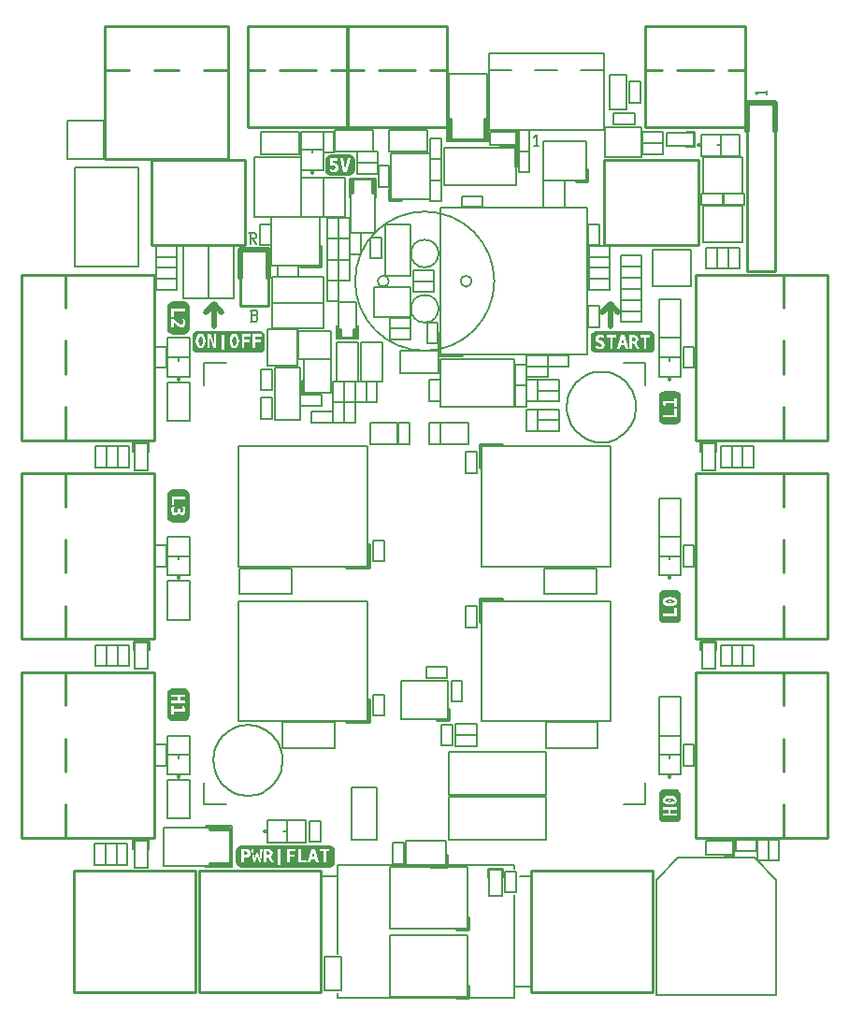
<source format=gbr>
G04 start of page 12 for group -4079 idx -4079 *
G04 Title: (unknown), topsilk *
G04 Creator: pcb 1.99z *
G04 CreationDate: Tue 02 Sep 2014 22:09:50 GMT UTC *
G04 For: rbarlow *
G04 Format: Gerber/RS-274X *
G04 PCB-Dimensions (mm): 85.00 105.00 *
G04 PCB-Coordinate-Origin: lower left *
%MOMM*%
%FSLAX43Y43*%
%LNTOPSILK*%
%ADD201C,0.350*%
%ADD200C,0.250*%
%ADD199C,0.300*%
%ADD198C,0.200*%
%ADD197C,0.500*%
%ADD196C,0.150*%
%ADD195C,0.002*%
G54D195*G36*
X64694Y29903D02*X65193D01*
X65388Y29863D01*
X65547Y29754D01*
X65656Y29594D01*
X65696Y29400D01*
Y27407D01*
X65656Y27212D01*
X65547Y27052D01*
X65388Y26943D01*
X65193Y26904D01*
X64694D01*
Y27495D01*
X65317D01*
Y27734D01*
X64760D01*
Y28042D01*
X65317D01*
Y28289D01*
X64694D01*
Y28500D01*
X64700Y28500D01*
X64977Y28524D01*
X65175Y28598D01*
X65294Y28726D01*
X65334Y28907D01*
X65294Y29086D01*
X65175Y29215D01*
X64977Y29288D01*
X64700Y29312D01*
X64694Y29311D01*
Y29903D01*
G37*
G36*
X63694Y27407D02*Y29400D01*
X63732Y29594D01*
X63842Y29754D01*
X64001Y29863D01*
X64197Y29903D01*
X64694D01*
Y29311D01*
X64416Y29288D01*
X64215Y29215D01*
X64093Y29086D01*
X64055Y28907D01*
X64093Y28726D01*
X64215Y28598D01*
X64416Y28524D01*
X64694Y28500D01*
Y28289D01*
X64082D01*
Y28042D01*
X64550D01*
Y27734D01*
X64082D01*
Y27495D01*
X64694D01*
Y26904D01*
X64197D01*
X64001Y26943D01*
X63842Y27052D01*
X63732Y27212D01*
X63694Y27407D01*
G37*
G36*
X64695Y29073D02*X64700Y29073D01*
X64893Y29061D01*
X65025Y29029D01*
X65104Y28980D01*
X65131Y28907D01*
X65104Y28832D01*
X65025Y28783D01*
X64893Y28755D01*
X64700Y28748D01*
X64695Y28748D01*
Y28811D01*
X64700Y28809D01*
X64770Y28836D01*
X64796Y28907D01*
X64770Y28977D01*
X64700Y29013D01*
X64695Y29011D01*
Y29073D01*
G37*
G36*
X64267Y28907D02*X64289Y28980D01*
X64364Y29029D01*
X64500Y29061D01*
X64695Y29073D01*
Y29011D01*
X64620Y28977D01*
X64594Y28907D01*
X64620Y28836D01*
X64695Y28811D01*
Y28748D01*
X64500Y28755D01*
X64364Y28783D01*
X64289Y28832D01*
X64267Y28907D01*
G37*
G36*
X35316Y87345D02*X35691D01*
X35885Y87307D01*
X36045Y87203D01*
X36152Y87046D01*
X36193Y86851D01*
Y85942D01*
X36152Y85749D01*
X36045Y85592D01*
X35885Y85487D01*
X35691Y85448D01*
X35316D01*
Y85793D01*
X35487D01*
X35779Y87028D01*
X35531D01*
X35320Y85995D01*
X35316Y86014D01*
Y87345D01*
G37*
G36*
X34301Y86370D02*X34394Y86339D01*
X34456Y86190D01*
X34394Y86030D01*
X34307Y85987D01*
X34301Y85986D01*
Y86370D01*
G37*
G36*
Y87345D02*X35316D01*
Y86014D01*
X35100Y87028D01*
X34853D01*
X35152Y85793D01*
X35316D01*
Y85448D01*
X34301D01*
Y85776D01*
X34425Y85796D01*
X34571Y85881D01*
X34663Y86015D01*
X34693Y86190D01*
X34664Y86357D01*
X34579Y86489D01*
X34445Y86576D01*
X34301Y86600D01*
Y86807D01*
X34623D01*
Y87028D01*
X34301D01*
Y87345D01*
G37*
G36*
Y86600D02*X34280Y86603D01*
X34208Y86595D01*
X34147Y86577D01*
Y86807D01*
X34301D01*
Y86600D01*
G37*
G36*
X33997Y87345D02*X34301D01*
Y87028D01*
X33953D01*
Y86339D01*
X34085Y86383D01*
X34208Y86401D01*
X34301Y86370D01*
Y85986D01*
X34192Y85969D01*
X34050Y85986D01*
X33909Y86040D01*
Y85819D01*
X34076Y85783D01*
X34236Y85765D01*
X34301Y85776D01*
Y85448D01*
X33997D01*
X33802Y85487D01*
X33642Y85592D01*
X33533Y85749D01*
X33494Y85942D01*
Y86851D01*
X33533Y87046D01*
X33642Y87203D01*
X33802Y87307D01*
X33997Y87345D01*
G37*
G36*
X21195Y73551D02*Y71558D01*
X21157Y71364D01*
X21048Y71204D01*
X20888Y71095D01*
X20692Y71055D01*
X20181D01*
Y71838D01*
X20207Y71815D01*
X20349Y71727D01*
X20482Y71699D01*
X20626Y71729D01*
X20737Y71815D01*
X20804Y71948D01*
X20825Y72123D01*
X20808Y72282D01*
X20754Y72458D01*
X20534D01*
X20604Y72290D01*
X20632Y72140D01*
X20588Y71999D01*
X20464Y71947D01*
X20349Y71973D01*
X20225Y72061D01*
X20181Y72103D01*
Y73164D01*
X20799D01*
Y73411D01*
X20181D01*
Y74054D01*
X20692D01*
X20888Y74015D01*
X21048Y73907D01*
X21157Y73747D01*
X21195Y73551D01*
G37*
G36*
X20181Y71055D02*X19696D01*
X19502Y71095D01*
X19342Y71204D01*
X19233Y71364D01*
X19193Y71558D01*
Y73551D01*
X19233Y73747D01*
X19342Y73907D01*
X19502Y74015D01*
X19696Y74054D01*
X20181D01*
Y73411D01*
X19564D01*
Y72643D01*
X19784D01*
Y73164D01*
X20181D01*
Y72103D01*
X20119Y72161D01*
X19916Y72352D01*
X19776Y72484D01*
X19564D01*
Y71699D01*
X19784D01*
Y72220D01*
X19953Y72052D01*
X20115Y71896D01*
X20181Y71838D01*
Y71055D01*
G37*
G36*
X21200Y38551D02*Y36558D01*
X21161Y36364D01*
X21052Y36204D01*
X20892Y36095D01*
X20697Y36056D01*
X20194D01*
Y36903D01*
X20811D01*
Y37140D01*
X20751Y37396D01*
X20530D01*
X20591Y37140D01*
X20194D01*
Y37687D01*
X20811D01*
Y37926D01*
X20344D01*
Y38234D01*
X20811D01*
Y38481D01*
X20194D01*
Y39054D01*
X20697D01*
X20892Y39015D01*
X21052Y38907D01*
X21161Y38747D01*
X21200Y38551D01*
G37*
G36*
X20194Y36056D02*X19700D01*
X19506Y36095D01*
X19346Y36204D01*
X19238Y36364D01*
X19198Y36558D01*
Y38551D01*
X19238Y38747D01*
X19346Y38907D01*
X19506Y39015D01*
X19700Y39054D01*
X20194D01*
Y38481D01*
X19577D01*
Y38234D01*
X20124D01*
Y37926D01*
X19577D01*
Y37687D01*
X20194D01*
Y37140D01*
X19797D01*
Y37414D01*
X19577D01*
Y36638D01*
X19797D01*
Y36903D01*
X20194D01*
Y36056D01*
G37*
G36*
X21195Y56559D02*Y54557D01*
X21157Y54363D01*
X21048Y54203D01*
X20888Y54094D01*
X20692Y54054D01*
X20199D01*
Y54870D01*
X20243Y54954D01*
X20340Y54777D01*
X20516Y54715D01*
X20653Y54741D01*
X20754Y54822D01*
X20816Y54955D01*
X20834Y55130D01*
X20825Y55289D01*
X20781Y55457D01*
X20560D01*
X20614Y55289D01*
X20632Y55140D01*
X20588Y54998D01*
X20482Y54945D01*
X20384Y54998D01*
X20349Y55140D01*
Y55272D01*
X20199D01*
Y56180D01*
X20816D01*
Y56427D01*
X20199D01*
Y57053D01*
X20692D01*
X20888Y57015D01*
X21048Y56911D01*
X21157Y56753D01*
X21195Y56559D01*
G37*
G36*
X20199Y54054D02*X19696D01*
X19502Y54094D01*
X19342Y54203D01*
X19233Y54363D01*
X19193Y54557D01*
Y56559D01*
X19233Y56753D01*
X19342Y56911D01*
X19502Y57015D01*
X19696Y57053D01*
X20199D01*
Y56427D01*
X19582D01*
Y55659D01*
X19794D01*
Y56180D01*
X20199D01*
Y55272D01*
X20129D01*
Y55140D01*
X20120Y55048D01*
X20085Y54980D01*
X19935Y54919D01*
X19811Y54980D01*
X19766Y55130D01*
X19784Y55324D01*
X19846Y55492D01*
X19618D01*
X19574Y55316D01*
X19556Y55130D01*
X19582Y54937D01*
X19652Y54795D01*
X19769Y54710D01*
X19926Y54681D01*
X20137Y54751D01*
X20199Y54870D01*
Y54054D01*
G37*
G36*
X27327Y71401D02*X27543D01*
X27738Y71362D01*
X27897Y71253D01*
X28006Y71094D01*
X28046Y70898D01*
Y69892D01*
X28006Y69699D01*
X27897Y69542D01*
X27738Y69437D01*
X27543Y69398D01*
X27327D01*
Y70404D01*
X27666D01*
Y70625D01*
X27327D01*
Y70890D01*
X27710D01*
Y71100D01*
X27327D01*
Y71401D01*
G37*
G36*
Y70625D02*X27190D01*
Y70890D01*
X27327D01*
Y70625D01*
G37*
G36*
X26313Y71401D02*X27327D01*
Y71100D01*
X26944D01*
Y69866D01*
X27190D01*
Y70404D01*
X27327D01*
Y69398D01*
X26313D01*
Y70404D01*
X26643D01*
Y70625D01*
X26313D01*
Y70890D01*
X26696D01*
Y71100D01*
X26313D01*
Y71401D01*
G37*
G36*
Y70625D02*X26166D01*
Y70890D01*
X26313D01*
Y70625D01*
G37*
G36*
X25267Y71401D02*X26313D01*
Y71100D01*
X25930D01*
Y69866D01*
X26166D01*
Y70404D01*
X26313D01*
Y69398D01*
X25267D01*
Y69848D01*
X25268Y69848D01*
X25452Y69888D01*
X25585Y70008D01*
X25669Y70207D01*
X25699Y70483D01*
X25669Y70765D01*
X25585Y70968D01*
X25452Y71089D01*
X25268Y71127D01*
X25267Y71126D01*
Y71401D01*
G37*
G36*
X24249D02*X25267D01*
Y71126D01*
X25078Y71089D01*
X24942Y70968D01*
X24860Y70765D01*
X24835Y70483D01*
X24860Y70207D01*
X24942Y70008D01*
X25078Y69888D01*
X25267Y69848D01*
Y69398D01*
X24249D01*
Y69663D01*
X24376D01*
Y71056D01*
X24249D01*
Y71401D01*
G37*
G36*
X23226D02*X24249D01*
Y71056D01*
X24122D01*
Y69663D01*
X24249D01*
Y69398D01*
X23226D01*
Y70269D01*
X23380Y69866D01*
X23636D01*
Y71100D01*
X23424D01*
Y70210D01*
X23226Y70723D01*
Y71401D01*
G37*
G36*
X22207D02*X23226D01*
Y70723D01*
X23080Y71100D01*
X22815D01*
Y69866D01*
X23036D01*
Y70765D01*
X23226Y70269D01*
Y69398D01*
X22207D01*
Y69848D01*
X22207Y69848D01*
X22396Y69888D01*
X22534Y70008D01*
X22613Y70207D01*
X22639Y70483D01*
X22613Y70765D01*
X22534Y70968D01*
X22396Y71089D01*
X22207Y71127D01*
X22207Y71126D01*
Y71401D01*
G37*
G36*
X21943D02*X22207D01*
Y71126D01*
X22017Y71089D01*
X21881Y70968D01*
X21800Y70765D01*
X21775Y70483D01*
X21800Y70207D01*
X21881Y70008D01*
X22017Y69888D01*
X22207Y69848D01*
Y69398D01*
X21943D01*
X21748Y69437D01*
X21592Y69542D01*
X21485Y69699D01*
X21448Y69892D01*
Y70898D01*
X21485Y71094D01*
X21592Y71253D01*
X21748Y71362D01*
X21943Y71401D01*
G37*
G36*
X25268Y70906D02*X25347Y70883D01*
X25400Y70810D01*
X25432Y70677D01*
X25444Y70483D01*
X25432Y70294D01*
X25400Y70166D01*
X25347Y70093D01*
X25268Y70068D01*
X25184Y70093D01*
X25126Y70166D01*
X25093Y70294D01*
X25082Y70483D01*
X25093Y70677D01*
X25126Y70810D01*
X25184Y70883D01*
X25268Y70906D01*
G37*
G36*
X22207D02*X22290Y70883D01*
X22348Y70810D01*
X22380Y70677D01*
X22392Y70483D01*
X22380Y70294D01*
X22348Y70166D01*
X22290Y70093D01*
X22207Y70068D01*
X22129Y70093D01*
X22075Y70166D01*
X22042Y70294D01*
X22031Y70483D01*
X22042Y70677D01*
X22075Y70810D01*
X22129Y70883D01*
X22207Y70906D01*
G37*
G36*
X64701Y47946D02*X65200D01*
X65394Y47906D01*
X65554Y47797D01*
X65662Y47638D01*
X65702Y47443D01*
Y45441D01*
X65662Y45246D01*
X65554Y45089D01*
X65394Y44985D01*
X65200Y44947D01*
X64701D01*
Y45573D01*
X65323D01*
Y46331D01*
X65103D01*
Y45812D01*
X64701D01*
Y46500D01*
X64706Y46499D01*
X64983Y46527D01*
X65181Y46605D01*
X65300Y46734D01*
X65340Y46914D01*
X65300Y47089D01*
X65181Y47213D01*
X64983Y47292D01*
X64706Y47319D01*
X64701Y47318D01*
Y47946D01*
G37*
G36*
X63700Y45441D02*Y47443D01*
X63739Y47638D01*
X63848Y47797D01*
X64007Y47906D01*
X64203Y47946D01*
X64701D01*
Y47318D01*
X64422Y47292D01*
X64221Y47213D01*
X64100Y47089D01*
X64061Y46914D01*
X64100Y46734D01*
X64221Y46605D01*
X64422Y46527D01*
X64701Y46500D01*
Y45812D01*
X64089D01*
Y45573D01*
X64701D01*
Y44947D01*
X64203D01*
X64007Y44985D01*
X63848Y45089D01*
X63739Y45246D01*
X63700Y45441D01*
G37*
G36*
X64701Y47072D02*X64706Y47072D01*
X64899Y47064D01*
X65031Y47037D01*
X65110Y46987D01*
X65138Y46914D01*
X65110Y46840D01*
X65031Y46790D01*
X64899Y46757D01*
X64706Y46746D01*
X64701Y46746D01*
Y46810D01*
X64706Y46808D01*
X64776Y46834D01*
X64802Y46914D01*
X64776Y46984D01*
X64706Y47010D01*
X64701Y47009D01*
Y47072D01*
G37*
G36*
X64273Y46914D02*X64296Y46987D01*
X64370Y47037D01*
X64506Y47064D01*
X64701Y47072D01*
Y47009D01*
X64626Y46984D01*
X64600Y46914D01*
X64626Y46834D01*
X64701Y46810D01*
Y46746D01*
X64506Y46757D01*
X64370Y46790D01*
X64296Y46840D01*
X64273Y46914D01*
G37*
G36*
X64701Y65943D02*X65204D01*
X65398Y65903D01*
X65558Y65794D01*
X65667Y65634D01*
X65707Y65440D01*
Y63447D01*
X65667Y63252D01*
X65558Y63092D01*
X65398Y62983D01*
X65204Y62944D01*
X64701D01*
Y63562D01*
X65318D01*
Y64320D01*
X65106D01*
Y63800D01*
X64701D01*
Y64823D01*
X65106D01*
Y64550D01*
X65318D01*
Y65326D01*
X65106D01*
Y65061D01*
X64701D01*
Y65943D01*
G37*
G36*
X63705Y63447D02*Y65440D01*
X63743Y65634D01*
X63852Y65794D01*
X64012Y65903D01*
X64207Y65943D01*
X64701D01*
Y65061D01*
X64084D01*
Y64823D01*
X64146Y64568D01*
X64366D01*
X64304Y64823D01*
X64701D01*
Y63800D01*
X64084D01*
Y63562D01*
X64701D01*
Y62944D01*
X64207D01*
X64012Y62983D01*
X63852Y63092D01*
X63743Y63252D01*
X63705Y63447D01*
G37*
G36*
X62466Y71396D02*X62844D01*
X63039Y71358D01*
X63198Y71249D01*
X63307Y71089D01*
X63347Y70894D01*
Y69897D01*
X63307Y69703D01*
X63198Y69543D01*
X63039Y69434D01*
X62844Y69394D01*
X62466D01*
Y69783D01*
X62589D01*
Y70805D01*
X62898D01*
Y71018D01*
X62466D01*
Y71396D01*
G37*
G36*
X61500D02*X62466D01*
Y71018D01*
X62034D01*
Y70805D01*
X62343D01*
Y69783D01*
X62466D01*
Y69394D01*
X61500D01*
Y70159D01*
X61521Y70126D01*
X61539Y70091D01*
X61689Y69783D01*
X61954D01*
X61734Y70224D01*
X61663Y70330D01*
X61601Y70364D01*
X61786Y70452D01*
X61848Y70655D01*
X61820Y70819D01*
X61742Y70929D01*
X61603Y70995D01*
X61500Y71007D01*
Y71396D01*
G37*
G36*
X60429D02*X61500D01*
Y71007D01*
X61399Y71018D01*
X61046D01*
Y69783D01*
X61293D01*
Y70268D01*
X61372D01*
X61452Y70232D01*
X61500Y70159D01*
Y69394D01*
X60429D01*
Y70082D01*
X60587D01*
X60667Y69783D01*
X60914D01*
X60579Y71018D01*
X60429D01*
Y71396D01*
G37*
G36*
X59410D02*X60429D01*
Y71018D01*
X60278D01*
X59943Y69783D01*
X60190D01*
X60260Y70082D01*
X60429D01*
Y69394D01*
X59410D01*
Y69783D01*
X59529D01*
Y70805D01*
X59846D01*
Y71018D01*
X59410D01*
Y71396D01*
G37*
G36*
X58391Y70289D02*X58426Y70276D01*
X58514Y70206D01*
X58550Y70118D01*
X58506Y69994D01*
X58391Y69966D01*
Y70289D01*
G37*
G36*
Y71396D02*X59410D01*
Y71018D01*
X58973D01*
Y70805D01*
X59290D01*
Y69783D01*
X59410D01*
Y69394D01*
X58391D01*
Y69761D01*
X58552Y69778D01*
X58691Y69845D01*
X58771Y69962D01*
X58797Y70126D01*
X58727Y70356D01*
X58506Y70497D01*
X58408Y70541D01*
X58391Y70549D01*
Y70827D01*
X58408Y70831D01*
X58567Y70805D01*
X58727Y70727D01*
Y70964D01*
X58559Y71018D01*
X58391Y71035D01*
Y71396D01*
G37*
G36*
Y70549D02*X58258Y70611D01*
X58224Y70699D01*
X58276Y70797D01*
X58391Y70827D01*
Y70549D01*
G37*
G36*
X58047Y71396D02*X58391D01*
Y71035D01*
X58390Y71035D01*
X58221Y71012D01*
X58092Y70938D01*
X58012Y70824D01*
X57985Y70673D01*
X58003Y70560D01*
X58056Y70470D01*
X58149Y70395D01*
X58302Y70320D01*
X58391Y70289D01*
Y69966D01*
X58364Y69959D01*
X58180Y69994D01*
X57994Y70091D01*
Y69845D01*
X58170Y69783D01*
X58356Y69757D01*
X58391Y69761D01*
Y69394D01*
X58047D01*
X57852Y69434D01*
X57692Y69543D01*
X57583Y69703D01*
X57544Y69897D01*
Y70894D01*
X57583Y71089D01*
X57692Y71249D01*
X57852Y71358D01*
X58047Y71396D01*
G37*
G36*
X60428Y70787D02*X60543Y70286D01*
X60314D01*
X60428Y70787D01*
G37*
G36*
X61293Y70805D02*X61407D01*
X61549Y70771D01*
X61593Y70638D01*
X61549Y70515D01*
X61407Y70470D01*
X61293D01*
Y70805D01*
G37*
G36*
X33894Y24789D02*X34087Y24752D01*
X34244Y24647D01*
X34349Y24490D01*
X34388Y24296D01*
Y23290D01*
X34349Y23097D01*
X34244Y22940D01*
X34087Y22835D01*
X33894Y22796D01*
X33426D01*
Y23255D01*
X33550D01*
Y24278D01*
X33858D01*
Y24490D01*
X33426D01*
Y24789D01*
X33894D01*
G37*
G36*
X33426Y22796D02*X32407D01*
Y23564D01*
X32571D01*
X32650Y23255D01*
X32888D01*
X32562Y24490D01*
X32407D01*
Y24789D01*
X33426D01*
Y24490D01*
X32994D01*
Y24278D01*
X33303D01*
Y23255D01*
X33426D01*
Y22796D01*
G37*
G36*
X32407D02*X31446D01*
Y23255D01*
X31830D01*
Y23466D01*
X31446D01*
Y24789D01*
X32407D01*
Y24490D01*
X32263D01*
X31926Y23255D01*
X32174D01*
X32245Y23564D01*
X32407D01*
Y22796D01*
G37*
G36*
X31446D02*X30397D01*
Y23793D01*
X30736D01*
Y24005D01*
X30397D01*
Y24278D01*
X30780D01*
Y24490D01*
X30397D01*
Y24789D01*
X31446D01*
Y23466D01*
X31309D01*
Y24490D01*
X31062D01*
Y23255D01*
X31446D01*
Y22796D01*
G37*
G36*
X30397Y24005D02*X30260D01*
Y24278D01*
X30397D01*
Y24005D01*
G37*
G36*
Y22796D02*X29356D01*
Y23053D01*
X29484D01*
Y24436D01*
X29356D01*
Y24789D01*
X30397D01*
Y24490D01*
X30014D01*
Y23255D01*
X30260D01*
Y23793D01*
X30397D01*
Y22796D01*
G37*
G36*
X29356D02*X28385D01*
Y23633D01*
X28408Y23598D01*
X28426Y23564D01*
X28575Y23255D01*
X28839D01*
X28619Y23696D01*
X28558Y23802D01*
X28487Y23837D01*
X28673Y23925D01*
X28735Y24128D01*
X28707Y24292D01*
X28629Y24402D01*
X28489Y24466D01*
X28385Y24478D01*
Y24789D01*
X29356D01*
Y24436D01*
X29228D01*
Y23053D01*
X29356D01*
Y22796D01*
G37*
G36*
X28385D02*X27314D01*
Y23898D01*
X27456Y23255D01*
X27685D01*
X27825Y24490D01*
X27614D01*
X27544Y23582D01*
X27420Y24172D01*
X27314D01*
Y24789D01*
X28385D01*
Y24478D01*
X28284Y24490D01*
X27931D01*
Y23255D01*
X28178D01*
Y23740D01*
X28258D01*
X28338Y23704D01*
X28385Y23633D01*
Y22796D01*
G37*
G36*
X27314D02*X26327D01*
Y23723D01*
X26476Y23740D01*
X26626Y23811D01*
X26706Y23928D01*
X26732Y24102D01*
X26706Y24281D01*
X26626Y24402D01*
X26476Y24469D01*
X26327Y24483D01*
Y24789D01*
X27314D01*
Y24172D01*
X27218D01*
X27111Y23582D01*
X27023Y24490D01*
X26803D01*
X26961Y23255D01*
X27182D01*
X27314Y23899D01*
X27314Y23898D01*
Y22796D01*
G37*
G36*
X26327D02*X25894D01*
X25699Y22835D01*
X25539Y22940D01*
X25430Y23097D01*
X25392Y23290D01*
Y24296D01*
X25430Y24490D01*
X25539Y24647D01*
X25699Y24752D01*
X25894Y24789D01*
X26327D01*
Y24483D01*
X26256Y24490D01*
X25921D01*
Y23255D01*
X26167D01*
Y23714D01*
X26256D01*
X26327Y23723D01*
Y22796D01*
G37*
G36*
X32527Y23758D02*X32297D01*
X32411Y24270D01*
X32527Y23758D01*
G37*
G36*
X28294Y24287D02*X28434Y24244D01*
X28478Y24119D01*
X28434Y23987D01*
X28294Y23943D01*
X28178D01*
Y24287D01*
X28294D01*
G37*
G36*
X26265D02*X26432Y24244D01*
X26486Y24102D01*
X26432Y23961D01*
X26265Y23925D01*
X26167D01*
Y24287D01*
X26265D01*
G37*
G54D196*X50600Y11000D02*Y20300D01*
X51100Y22000D02*X52100D01*
X50600Y12000D02*X52100D01*
X34600Y11000D02*X50600D01*
Y23000D02*X34600D01*
Y15000D01*
Y22000D02*X33100D01*
X50600Y23000D02*Y22700D01*
X34600Y11000D02*Y11400D01*
G54D197*X23400Y71800D02*Y73800D01*
X22700Y73100D01*
X23400Y73800D02*X24100Y73100D01*
X59300Y71800D02*Y73800D01*
X58600Y73100D01*
X59300Y73800D02*X60000Y73100D01*
G54D196*X72657Y92800D02*X72454Y93003D01*
X73470D01*
Y93181D02*Y92800D01*
X52400Y88943D02*X52603Y89146D01*
Y88130D01*
X52400D02*X52781D01*
X26600Y80246D02*X27108D01*
X27235Y80119D01*
Y79865D01*
X27108Y79738D02*X27235Y79865D01*
X26727Y79738D02*X27108D01*
X26727Y80246D02*Y79230D01*
X26930Y79738D02*X27235Y79230D01*
X26700Y72230D02*X27208D01*
X27335Y72357D01*
Y72662D02*Y72357D01*
X27208Y72789D02*X27335Y72662D01*
X26827Y72789D02*X27208D01*
X26827Y73246D02*Y72230D01*
X26700Y73246D02*X27208D01*
X27335Y73119D01*
Y72916D01*
X27208Y72789D02*X27335Y72916D01*
X60250Y75200D02*X62150D01*
X60250Y76200D02*X62150D01*
Y75200D01*
X60250Y76200D02*Y75200D01*
Y76200D02*X62150D01*
X60250Y77200D02*X62150D01*
Y76200D01*
X60250Y77200D02*Y76200D01*
X57350Y76100D02*X59250D01*
X57350Y77100D02*X59250D01*
Y76100D01*
X57350Y77100D02*Y76100D01*
X57300Y73650D02*Y71750D01*
X58300Y73650D02*Y71750D01*
X57300D02*X58300D01*
X57300Y73650D02*X58300D01*
X60250Y72200D02*X62150D01*
X60250Y73200D02*X62150D01*
Y72200D01*
X60250Y73200D02*Y72200D01*
Y74200D02*X62150D01*
X60250Y73200D02*X62150D01*
X60250Y74200D02*Y73200D01*
X62150Y74200D02*Y73200D01*
X60250Y74200D02*X62150D01*
X60250Y75200D02*X62150D01*
Y74200D01*
X60250Y75200D02*Y74200D01*
X67600Y61200D02*Y58800D01*
X68800Y61200D02*Y58800D01*
X67600D02*X68800D01*
X67600Y61200D02*X68800D01*
X67500Y61300D02*X68900D01*
X67500D02*Y60500D01*
X68900Y61300D02*Y60500D01*
X72300Y60950D02*Y59050D01*
X71300Y60950D02*Y59050D01*
Y60950D02*X72300D01*
X71300Y59050D02*X72300D01*
X71300Y60950D02*Y59050D01*
X70300Y60950D02*Y59050D01*
Y60950D02*X71300D01*
X70300Y59050D02*X71300D01*
X69300Y60950D02*Y59050D01*
X70300Y60950D02*Y59050D01*
X69300D02*X70300D01*
X69300Y60950D02*X70300D01*
X66900Y69950D02*Y68050D01*
X65900Y69950D02*Y68050D01*
Y69950D02*X66900D01*
X65900Y68050D02*X66900D01*
G54D198*X63700Y74250D02*Y70750D01*
X65700Y74250D02*Y70750D01*
X63700D02*X65700D01*
X63700Y74250D02*X65700D01*
X63700Y70750D02*Y67250D01*
X65700Y70750D02*Y67250D01*
X63700D02*X65700D01*
X63700Y70750D02*X65700D01*
G54D199*X64700Y67150D02*Y67000D01*
G54D198*X63700Y69000D02*X65700D01*
X64700D02*Y68700D01*
G54D200*X67000Y76500D02*X79000D01*
X67000Y61500D02*X79000D01*
X67000Y76500D02*Y61500D01*
X79000Y76500D02*Y61500D01*
X75000Y64500D02*Y61500D01*
Y70500D02*Y67500D01*
Y76500D02*Y73500D01*
G54D196*X53200Y85050D02*X55200D01*
X53200Y82550D02*X55200D01*
X53200Y85050D02*Y82550D01*
X55200Y85050D02*Y82550D01*
X44000Y86950D02*Y85050D01*
X43000Y86950D02*Y85050D01*
Y86950D02*X44000D01*
X43000Y85050D02*X44000D01*
G54D198*X62150Y89850D02*Y87150D01*
X58850Y89850D02*Y87150D01*
Y89850D02*X62150D01*
X58850Y87150D02*X62150D01*
G54D196*X51000Y87650D02*Y85750D01*
X52000Y87650D02*Y85750D01*
X51000D02*X52000D01*
X51000Y87650D02*X52000D01*
X43000Y85050D02*Y83150D01*
X44000Y85050D02*Y83150D01*
X43000D02*X44000D01*
X43000Y85050D02*X44000D01*
X45850Y82600D02*X47750D01*
X45850Y83600D02*X47750D01*
Y82600D01*
X45850Y83600D02*Y82600D01*
X57350Y75100D02*X59250D01*
X57350Y76100D02*X59250D01*
Y75100D01*
X57350Y76100D02*Y75100D01*
Y78100D02*X59250D01*
X57350Y79100D02*X59250D01*
Y78100D01*
X57350Y79100D02*Y78100D01*
Y77100D02*X59250D01*
X57350Y78100D02*X59250D01*
Y77100D01*
X57350Y78100D02*Y77100D01*
X57300Y81050D02*Y79150D01*
X58300Y81050D02*Y79150D01*
X57300D02*X58300D01*
X57300Y81050D02*X58300D01*
X60250Y77200D02*X62150D01*
X60250Y78200D02*X62150D01*
Y77200D01*
X60250Y78200D02*Y77200D01*
G54D198*X43950Y82550D02*Y69250D01*
X57250Y82550D02*Y69250D01*
X43950D02*X57250D01*
X43950Y82550D02*X57250D01*
G54D199*X43850Y69150D02*X45850D01*
X43850Y71150D02*Y69150D01*
G54D196*X50700Y68350D02*Y66450D01*
X51700Y68350D02*Y66450D01*
X50700D02*X51700D01*
X50700Y68350D02*X51700D01*
G54D200*X74270Y92010D02*Y76770D01*
X71730Y92010D02*Y76770D01*
Y92010D02*X74270D01*
X71730Y76770D02*X74270D01*
G54D197*X71730Y92010D02*Y89470D01*
Y92010D02*X74270D01*
Y89470D01*
G54D196*X69550Y83800D02*X71450D01*
X69550Y82800D02*X71450D01*
X69550Y83800D02*Y82800D01*
X71450Y83800D02*Y82800D01*
G54D198*X67550Y89200D02*X71050D01*
X67550Y87200D02*X71050D01*
X67550Y89200D02*Y87200D01*
X71050Y89200D02*Y87200D01*
G54D199*X67300Y88200D02*X67450D01*
G54D198*X69300Y89200D02*Y87200D01*
X69000Y88200D02*X69300D01*
X67750Y87150D02*Y83850D01*
X71250Y87150D02*Y83850D01*
X67750D02*X71250D01*
X67750Y87150D02*X71250D01*
G54D196*X70000Y78950D02*Y77050D01*
X71000Y78950D02*Y77050D01*
X70000D02*X71000D01*
X70000Y78950D02*X71000D01*
G54D200*X62490Y99000D02*Y89800D01*
X71510Y99000D02*Y89800D01*
X62490D02*X71510D01*
X62490Y99000D02*X71510D01*
X69989Y95000D02*X71510D01*
X65337D02*X68663D01*
X62490D02*X64011D01*
G54D196*X61000Y93950D02*Y92050D01*
X62000Y93950D02*Y92050D01*
X61000D02*X62000D01*
X61000Y93950D02*X62000D01*
G54D198*X59250Y94550D02*Y91450D01*
X60750Y94550D02*Y91450D01*
X59250D02*X60750D01*
X59250Y94550D02*X60750D01*
G54D196*X59600Y91100D02*X61500D01*
X59600Y90100D02*X61500D01*
X59600Y91100D02*Y90100D01*
X61500Y91100D02*Y90100D01*
X67550Y83800D02*X69450D01*
X67550Y82800D02*X69450D01*
X67550Y83800D02*Y82800D01*
X69450Y83800D02*Y82800D01*
G54D200*X67250Y86850D02*Y79150D01*
X58750Y86850D02*Y79150D01*
X67250D01*
X58750Y86850D02*X67250D01*
G54D196*X64450Y89350D02*X66850D01*
X64450Y88150D02*X66850D01*
X64450Y89350D02*Y88150D01*
X66850Y89350D02*Y88150D01*
X66950Y89450D02*Y88050D01*
X66150Y89450D02*X66950D01*
X66150Y88050D02*X66950D01*
G54D198*X66650Y78750D02*Y75450D01*
X63150Y78750D02*Y75450D01*
Y78750D02*X66650D01*
X63150Y75450D02*X66650D01*
G54D196*X62200Y89400D02*X64100D01*
X62200Y88400D02*X64100D01*
X62200Y89400D02*Y88400D01*
X64100Y89400D02*Y88400D01*
X62200D02*X64100D01*
X62200Y87400D02*X64100D01*
X62200Y88400D02*Y87400D01*
X64100Y88400D02*Y87400D01*
G54D198*X71250Y82750D02*Y79450D01*
X67750Y82750D02*Y79450D01*
Y82750D02*X71250D01*
X67750Y79450D02*X71250D01*
G54D196*X68000Y78950D02*Y77050D01*
X69000Y78950D02*Y77050D01*
X68000D02*X69000D01*
X68000Y78950D02*X69000D01*
Y77050D01*
X70000Y78950D02*Y77050D01*
X69000D02*X70000D01*
X69000Y78950D02*X70000D01*
X43700Y72150D02*Y70250D01*
X42700Y72150D02*Y70250D01*
Y72150D02*X43700D01*
X42700Y70250D02*X43700D01*
X37200Y66850D02*Y64950D01*
X38200Y66850D02*Y64950D01*
X37200D02*X38200D01*
X37200Y66850D02*X38200D01*
X36200D02*Y64950D01*
X35200Y66850D02*Y64950D01*
Y66850D02*X36200D01*
X35200Y64950D02*X36200D01*
Y66850D02*Y64950D01*
X37200Y66850D02*Y64950D01*
X36200D02*X37200D01*
X36200Y66850D02*X37200D01*
X36200Y64950D02*Y63050D01*
X35200Y64950D02*Y63050D01*
Y64950D02*X36200D01*
X35200Y63050D02*X36200D01*
X39350Y71600D02*X41250D01*
X39350Y70600D02*X41250D01*
X39350Y71600D02*Y70600D01*
X41250Y71600D02*Y70600D01*
X39350Y72600D02*X41250D01*
X39350Y71600D02*X41250D01*
X39350Y72600D02*Y71600D01*
X41250Y72600D02*Y71600D01*
G54D198*Y75350D02*Y72650D01*
X37950Y75350D02*Y72650D01*
Y75350D02*X41250D01*
X37950Y72650D02*X41250D01*
X25750Y49850D02*X30450D01*
X25750Y47550D02*X30450D01*
X25750Y49850D02*Y47550D01*
X30450Y49850D02*Y47550D01*
G54D196*X38800Y52450D02*Y50550D01*
X37800Y52450D02*Y50550D01*
Y52450D02*X38800D01*
X37800Y50550D02*X38800D01*
X13700Y60950D02*Y59050D01*
X12700Y60950D02*Y59050D01*
Y60950D02*X13700D01*
X12700Y59050D02*X13700D01*
X14700Y60950D02*Y59050D01*
X13700Y60950D02*Y59050D01*
Y60950D02*X14700D01*
X13700Y59050D02*X14700D01*
Y60950D02*Y59050D01*
X15700Y60950D02*Y59050D01*
X14700D02*X15700D01*
X14700Y60950D02*X15700D01*
X13700Y42950D02*Y41050D01*
X12700Y42950D02*Y41050D01*
Y42950D02*X13700D01*
X12700Y41050D02*X13700D01*
X14700Y42950D02*Y41050D01*
X13700Y42950D02*Y41050D01*
Y42950D02*X14700D01*
X13700Y41050D02*X14700D01*
Y42950D02*Y41050D01*
X15700Y42950D02*Y41050D01*
X14700D02*X15700D01*
X14700Y42950D02*X15700D01*
X16250Y43200D02*Y40800D01*
X17450Y43200D02*Y40800D01*
X16250D02*X17450D01*
X16250Y43200D02*X17450D01*
X16150Y43300D02*X17550D01*
X16150D02*Y42500D01*
X17550Y43300D02*Y42500D01*
X16200Y61200D02*Y58800D01*
X17400Y61200D02*Y58800D01*
X16200D02*X17400D01*
X16200Y61200D02*X17400D01*
X16100Y61300D02*X17500D01*
X16100D02*Y60500D01*
X17500Y61300D02*Y60500D01*
X18100Y51950D02*Y50050D01*
X19100Y51950D02*Y50050D01*
X18100D02*X19100D01*
X18100Y51950D02*X19100D01*
G54D198*X21200Y66750D02*Y63250D01*
X19200Y66750D02*Y63250D01*
Y66750D02*X21200D01*
X19200Y63250D02*X21200D01*
Y48750D02*Y45250D01*
X19200Y48750D02*Y45250D01*
Y48750D02*X21200D01*
X19200Y45250D02*X21200D01*
G54D196*X35200Y64950D02*Y63050D01*
X34200Y64950D02*Y63050D01*
Y64950D02*X35200D01*
X34200Y63050D02*X35200D01*
X32250Y63100D02*X34150D01*
X32250Y64100D02*X34150D01*
Y63100D01*
X32250Y64100D02*Y63100D01*
X28700Y65350D02*Y63450D01*
X27700Y65350D02*Y63450D01*
Y65350D02*X28700D01*
X27700Y63450D02*X28700D01*
G54D198*X22950Y79050D02*Y74350D01*
X20650Y79050D02*Y74350D01*
Y79050D02*X22950D01*
X20650Y74350D02*X22950D01*
G54D196*X18100Y69950D02*Y68050D01*
X19100Y69950D02*Y68050D01*
X18100D02*X19100D01*
X18100Y69950D02*X19100D01*
G54D200*X6000Y61500D02*X18000D01*
X6000Y76500D02*X18000D01*
Y61500D01*
X6000Y76500D02*Y61500D01*
X10000Y76500D02*Y73500D01*
Y70500D02*Y67500D01*
Y64500D02*Y61500D01*
G54D196*X18150Y78100D02*X20050D01*
X18150Y79100D02*X20050D01*
Y78100D01*
X18150Y79100D02*Y78100D01*
Y77100D02*X20050D01*
X18150Y76100D02*X20050D01*
X18150Y77100D02*Y76100D01*
X20050Y77100D02*Y76100D01*
X18150D02*X20050D01*
X18150Y75100D02*X20050D01*
X18150Y76100D02*Y75100D01*
X20050Y76100D02*Y75100D01*
X18150Y78100D02*X20050D01*
X18150Y77100D02*X20050D01*
X18150Y78100D02*Y77100D01*
X20050Y78100D02*Y77100D01*
G54D198*X31250Y68050D02*Y63350D01*
X28950Y68050D02*Y63350D01*
Y68050D02*X31250D01*
X28950Y63350D02*X31250D01*
G54D196*X36700Y80250D02*Y78350D01*
X35700Y80250D02*Y78350D01*
Y80250D02*X36700D01*
X35700Y78350D02*X36700D01*
X35700Y81650D02*Y79750D01*
X34700Y81650D02*Y79750D01*
Y81650D02*X35700D01*
X34700Y79750D02*X35700D01*
X34700Y81650D02*Y79750D01*
X33700Y81650D02*Y79750D01*
Y81650D02*X34700D01*
X33700Y79750D02*X34700D01*
Y77850D02*Y75950D01*
X35700Y77850D02*Y75950D01*
X34700D02*X35700D01*
X34700Y77850D02*X35700D01*
X27600Y81050D02*Y79150D01*
X28600Y81050D02*Y79150D01*
X27600D02*X28600D01*
X27600Y81050D02*X28600D01*
Y77300D02*X33000D01*
X28600Y81700D02*X33000D01*
Y77300D01*
X28600Y81700D02*Y77300D01*
G54D199*X33100Y79000D02*Y77200D01*
X31300D02*X33100D01*
G54D198*X25250Y79050D02*Y74350D01*
X22950Y79050D02*Y74350D01*
Y79050D02*X25250D01*
X22950Y74350D02*X25250D01*
G54D200*X28370Y78710D02*Y73630D01*
X25830Y78710D02*Y73630D01*
Y78710D02*X28370D01*
X25830Y73630D02*X28370D01*
G54D197*X25830Y78710D02*Y76170D01*
X28370Y78710D02*Y76170D01*
X25830Y78710D02*X28370D01*
G54D196*X34700Y75950D02*Y74050D01*
X33700Y75950D02*Y74050D01*
Y75950D02*X34700D01*
X33700Y74050D02*X34700D01*
X35200Y66850D02*Y64950D01*
X34200Y66850D02*Y64950D01*
Y66850D02*X35200D01*
X34200Y64950D02*X35200D01*
X28700Y67950D02*Y66050D01*
X27700Y67950D02*Y66050D01*
Y67950D02*X28700D01*
X27700Y66050D02*X28700D01*
G54D198*X28250Y71550D02*X30950D01*
X28250Y68250D02*X30950D01*
X28250Y71550D02*Y68250D01*
X30950Y71550D02*Y68250D01*
G54D196*X41450Y74900D02*X43350D01*
X41450Y75900D02*X43350D01*
Y74900D01*
X41450Y75900D02*Y74900D01*
Y75900D02*X43350D01*
X41450Y76900D02*X43350D01*
Y75900D01*
X41450Y76900D02*Y75900D01*
G54D198*X38950Y81050D02*Y76350D01*
X41250Y81050D02*Y76350D01*
X38950D02*X41250D01*
X38950Y81050D02*X41250D01*
G54D196*X31050Y68850D02*X34050D01*
X31050Y71350D02*X34050D01*
Y68850D01*
X31050Y71350D02*Y68850D01*
G54D198*X34500Y70350D02*Y66850D01*
X36500Y70350D02*Y66850D01*
X34500D02*X36500D01*
X34500Y70350D02*X36500D01*
X36700D02*Y66850D01*
X38700Y70350D02*Y66850D01*
X36700D02*X38700D01*
X36700Y70350D02*X38700D01*
G54D196*X36340Y74000D02*Y70800D01*
X34660Y74000D02*Y70800D01*
Y74000D02*X36340D01*
X34660Y70800D02*X36340D01*
X34560Y70700D02*X36440D01*
Y71900D02*Y70700D01*
G54D199*X36140Y71500D02*Y70800D01*
G54D196*X34560Y71900D02*Y70700D01*
G54D199*X34860Y71500D02*Y70800D01*
G54D196*X31250Y65600D02*X33150D01*
X31250Y64600D02*X33150D01*
X31250Y65600D02*Y64600D01*
X33150Y65600D02*Y64600D01*
X31550Y68800D02*Y65800D01*
X34050Y68800D02*Y65800D01*
X31550D02*X34050D01*
X31550Y68800D02*X34050D01*
G54D199*X31450Y65700D02*X32550D01*
X31450Y66800D02*Y65700D01*
G54D196*X32100Y27050D02*Y25150D01*
X33100Y27050D02*Y25150D01*
X32100D02*X33100D01*
X32100Y27050D02*X33100D01*
G54D198*X34950Y14750D02*Y11650D01*
X33450Y14750D02*Y11650D01*
Y14750D02*X34950D01*
X33450Y11650D02*X34950D01*
X28250Y27100D02*X31750D01*
X28250Y25100D02*X31750D01*
X28250Y27100D02*Y25100D01*
X31750Y27100D02*Y25100D01*
G54D199*X28000Y26100D02*X28150D01*
G54D198*X30000Y27100D02*Y25100D01*
X29700Y26100D02*X30000D01*
X18900Y26450D02*X24900D01*
X18900Y22950D02*X24900D01*
X18900Y26450D02*Y22950D01*
X24900Y26450D02*Y22950D01*
X25000Y26550D02*Y22850D01*
X22700Y26550D02*X25000D01*
G54D201*X23100Y26250D02*X24800D01*
G54D198*X22700Y22850D02*X25000D01*
G54D201*X23100Y23150D02*X24800D01*
G54D196*X16200Y25200D02*Y22800D01*
X17400Y25200D02*Y22800D01*
X16200D02*X17400D01*
X16200Y25200D02*X17400D01*
X16100Y25300D02*X17500D01*
X16100D02*Y24500D01*
X17500Y25300D02*Y24500D01*
G54D200*X10700Y22500D02*X21700D01*
X10700Y11500D02*X21700D01*
X10700Y22500D02*Y11500D01*
X21700Y22500D02*Y11500D01*
X33100Y22500D02*Y11500D01*
X22100Y22500D02*Y11500D01*
Y22500D02*X33100D01*
X22100Y11500D02*X33100D01*
G54D196*X13600Y24950D02*Y23050D01*
X12600Y24950D02*Y23050D01*
Y24950D02*X13600D01*
X12600Y23050D02*X13600D01*
X14600Y24950D02*Y23050D01*
X13600Y24950D02*Y23050D01*
Y24950D02*X14600D01*
X13600Y23050D02*X14600D01*
Y24950D02*Y23050D01*
X15600Y24950D02*Y23050D01*
X14600D02*X15600D01*
X14600Y24950D02*X15600D01*
G54D198*X35850Y30050D02*Y25350D01*
X38150Y30050D02*Y25350D01*
X35850D02*X38150D01*
X35850Y30050D02*X38150D01*
X44700Y29250D02*X53500D01*
X44700Y25350D02*X53500D01*
X44700Y29250D02*Y25350D01*
X53500Y29250D02*Y25350D01*
X44700Y33250D02*X53500D01*
X44700Y29350D02*X53500D01*
X44700Y33250D02*Y29350D01*
X53500Y33250D02*Y29350D01*
X39335Y11100D02*X46335D01*
X39335Y16700D02*X46335D01*
Y11100D01*
X39335Y16700D02*Y11100D01*
G54D199*X46435Y12000D02*Y11000D01*
X45435D02*X46435D01*
G54D198*X39335Y17300D02*X46335D01*
X39335Y22900D02*X46335D01*
Y17300D01*
X39335Y22900D02*Y17300D01*
G54D199*X46435Y18200D02*Y17200D01*
X45435D02*X46435D01*
G54D196*X40800Y22950D02*X44400D01*
X40800Y25250D02*X44400D01*
Y22950D01*
X40800Y25250D02*Y22950D01*
G54D199*X44500Y23850D02*Y22850D01*
X43100D02*X44500D01*
G54D196*X39600Y25050D02*Y23150D01*
X40600Y25050D02*Y23150D01*
X39600D02*X40600D01*
X39600Y25050D02*X40600D01*
X44000Y35750D02*Y33850D01*
X45000Y35750D02*Y33850D01*
X44000D02*X45000D01*
X44000Y35750D02*X45000D01*
X45300Y34800D02*X47200D01*
X45300Y33800D02*X47200D01*
X45300Y34800D02*Y33800D01*
X47200Y34800D02*Y33800D01*
X45300Y35800D02*X47200D01*
X45300Y34800D02*X47200D01*
X45300Y35800D02*Y34800D01*
X47200Y35800D02*Y34800D01*
X48300Y22600D02*Y20200D01*
X49500Y22600D02*Y20200D01*
X48300D02*X49500D01*
X48300Y22600D02*X49500D01*
X48200Y22700D02*X49600D01*
X48200D02*Y21900D01*
X49600Y22700D02*Y21900D01*
X49800Y22450D02*Y20550D01*
X50800Y22450D02*Y20550D01*
X49800D02*X50800D01*
X49800Y22450D02*X50800D01*
G54D198*X63450Y11300D02*X74350D01*
Y21700D01*
X72350Y23700D01*
X65450D02*X72350D01*
X63450Y11300D02*Y21700D01*
X65450Y23700D01*
G54D200*X63100Y22500D02*Y11500D01*
X52100Y22500D02*Y11500D01*
Y22500D02*X63100D01*
X52100Y11500D02*X63100D01*
G54D198*X59350Y46950D02*Y36050D01*
X47650Y46950D02*Y36050D01*
Y46950D02*X59350D01*
X47650Y36050D02*X59350D01*
G54D199*X47550Y47050D02*X49550D01*
X47550D02*Y45050D01*
G54D200*X67000Y40500D02*X79000D01*
X67000Y25500D02*X79000D01*
X67000Y40500D02*Y25500D01*
X79000Y40500D02*Y25500D01*
X75000Y28500D02*Y25500D01*
Y34500D02*Y31500D01*
Y40500D02*Y37500D01*
G54D196*X72300Y42950D02*Y41050D01*
X71300Y42950D02*Y41050D01*
Y42950D02*X72300D01*
X71300Y41050D02*X72300D01*
X71300Y42950D02*Y41050D01*
X70300Y42950D02*Y41050D01*
Y42950D02*X71300D01*
X70300Y41050D02*X71300D01*
X69300Y42950D02*Y41050D01*
X70300Y42950D02*Y41050D01*
X69300D02*X70300D01*
X69300Y42950D02*X70300D01*
X68000Y25200D02*X70400D01*
X68000Y24000D02*X70400D01*
X68000Y25200D02*Y24000D01*
X70400Y25200D02*Y24000D01*
X70500Y25300D02*Y23900D01*
X69700Y25300D02*X70500D01*
X69700Y23900D02*X70500D01*
X70650Y24300D02*X72550D01*
X70650Y25300D02*X72550D01*
Y24300D01*
X70650Y25300D02*Y24300D01*
X73600Y25350D02*Y23450D01*
X74600Y25350D02*Y23450D01*
X73600D02*X74600D01*
X73600Y25350D02*X74600D01*
X72600D02*Y23450D01*
X73600Y25350D02*Y23450D01*
X72600D02*X73600D01*
X72600Y25350D02*X73600D01*
G54D198*X53450Y33650D02*X58150D01*
X53450Y35950D02*X58150D01*
Y33650D01*
X53450Y35950D02*Y33650D01*
G54D196*X66900Y33950D02*Y32050D01*
X65900Y33950D02*Y32050D01*
Y33950D02*X66900D01*
X65900Y32050D02*X66900D01*
X67600Y43200D02*Y40800D01*
X68800Y43200D02*Y40800D01*
X67600D02*X68800D01*
X67600Y43200D02*X68800D01*
X67500Y43300D02*X68900D01*
X67500D02*Y42500D01*
X68900Y43300D02*Y42500D01*
G54D198*X63700Y38250D02*Y34750D01*
X65700Y38250D02*Y34750D01*
X63700D02*X65700D01*
X63700Y38250D02*X65700D01*
X63700Y34750D02*Y31250D01*
X65700Y34750D02*Y31250D01*
X63700D02*X65700D01*
X63700Y34750D02*X65700D01*
G54D199*X64700Y31150D02*Y31000D01*
G54D198*X63700Y33000D02*X65700D01*
X64700D02*Y32700D01*
X19200Y52750D02*Y49250D01*
X21200Y52750D02*Y49250D01*
X19200D02*X21200D01*
X19200Y52750D02*X21200D01*
G54D199*X20200Y49150D02*Y49000D01*
G54D198*X19200Y51000D02*X21200D01*
X20200D02*Y50700D01*
G54D200*X6000Y43500D02*X18000D01*
X6000Y58500D02*X18000D01*
Y43500D01*
X6000Y58500D02*Y43500D01*
X10000Y58500D02*Y55500D01*
Y52500D02*Y49500D01*
Y46500D02*Y43500D01*
G54D198*X19200Y70750D02*Y67250D01*
X21200Y70750D02*Y67250D01*
X19200D02*X21200D01*
X19200Y70750D02*X21200D01*
G54D199*X20200Y67150D02*Y67000D01*
G54D198*X19200Y69000D02*X21200D01*
X20200D02*Y68700D01*
X29650Y35950D02*X34350D01*
X29650Y33650D02*X34350D01*
X29650Y35950D02*Y33650D01*
X34350Y35950D02*Y33650D01*
X25650Y46950D02*Y36050D01*
X37350Y46950D02*Y36050D01*
X25650D02*X37350D01*
X25650Y46950D02*X37350D01*
G54D199*X35450Y35950D02*X37450D01*
Y37950D02*Y35950D01*
G54D198*X25650Y60950D02*Y50050D01*
X37350Y60950D02*Y50050D01*
X25650D02*X37350D01*
X25650Y60950D02*X37350D01*
G54D199*X35450Y49950D02*X37450D01*
Y51950D02*Y49950D01*
G54D196*X18100Y33950D02*Y32050D01*
X19100Y33950D02*Y32050D01*
X18100D02*X19100D01*
X18100Y33950D02*X19100D01*
G54D200*X6000Y25500D02*X18000D01*
X6000Y40500D02*X18000D01*
Y25500D01*
X6000Y40500D02*Y25500D01*
X10000Y40500D02*Y37500D01*
Y34500D02*Y31500D01*
Y28500D02*Y25500D01*
G54D198*X21200Y30750D02*Y27250D01*
X19200Y30750D02*Y27250D01*
Y30750D02*X21200D01*
X19200Y27250D02*X21200D01*
X19200Y34750D02*Y31250D01*
X21200Y34750D02*Y31250D01*
X19200D02*X21200D01*
X19200Y34750D02*X21200D01*
G54D199*X20200Y31150D02*Y31000D01*
G54D198*X19200Y33000D02*X21200D01*
X20200D02*Y32700D01*
X53350Y47550D02*X58050D01*
X53350Y49850D02*X58050D01*
Y47550D01*
X53350Y49850D02*Y47550D01*
X59350Y60950D02*Y50050D01*
X47650Y60950D02*Y50050D01*
Y60950D02*X59350D01*
X47650Y50050D02*X59350D01*
G54D199*X47550Y61050D02*X49550D01*
X47550D02*Y59050D01*
G54D198*X22500Y30500D02*Y28500D01*
X24500D01*
X22500Y68500D02*Y66500D01*
Y68500D02*X24500D01*
X62500Y30500D02*Y28500D01*
X60500D02*X62500D01*
Y68500D02*Y66500D01*
X60500Y68500D02*X62500D01*
X26500Y29300D02*X26769Y29312D01*
X27035Y29347D01*
X27298Y29406D01*
X27555Y29488D01*
X27804Y29592D01*
X28043Y29717D01*
X28271Y29863D01*
X28486Y30029D01*
X28686Y30213D01*
X28870Y30414D01*
X29036Y30630D01*
X29184Y30860D01*
X29311Y31103D01*
X29418Y31355D01*
X29504Y31616D01*
X29567Y31884D01*
X29607Y32156D01*
X29624Y32431D01*
X29618Y32706D01*
X29590Y32980D01*
X29538Y33250D01*
X29464Y33515D01*
X29367Y33772D01*
X29250Y34020D01*
X29112Y34256D01*
X28955Y34480D01*
X28780Y34689D01*
X28588Y34881D01*
X28380Y35056D01*
X28159Y35212D01*
X27925Y35348D01*
X27680Y35463D01*
X27427Y35556D01*
X27167Y35626D01*
X26902Y35673D01*
X26634Y35697D01*
X26366D01*
X26098Y35673D01*
X25833Y35626D01*
X25573Y35556D01*
X25320Y35463D01*
X25075Y35348D01*
X24841Y35212D01*
X24620Y35056D01*
X24412Y34881D01*
X24220Y34689D01*
X24045Y34480D01*
X23888Y34256D01*
X23750Y34020D01*
X23633Y33772D01*
X23536Y33515D01*
X23462Y33250D01*
X23410Y32980D01*
X23382Y32706D01*
X23376Y32431D01*
X23393Y32156D01*
X23433Y31884D01*
X23496Y31616D01*
X23582Y31355D01*
X23689Y31103D01*
X23816Y30860D01*
X23964Y30630D01*
X24130Y30414D01*
X24314Y30213D01*
X24514Y30029D01*
X24729Y29863D01*
X24957Y29717D01*
X25196Y29592D01*
X25445Y29488D01*
X25702Y29406D01*
X25965Y29347D01*
X26231Y29312D01*
X26500Y29300D01*
X58500Y61300D02*X58769Y61312D01*
X59035Y61347D01*
X59298Y61406D01*
X59555Y61488D01*
X59804Y61592D01*
X60043Y61717D01*
X60271Y61863D01*
X60486Y62029D01*
X60686Y62213D01*
X60870Y62414D01*
X61036Y62630D01*
X61184Y62860D01*
X61311Y63103D01*
X61418Y63355D01*
X61504Y63616D01*
X61567Y63884D01*
X61607Y64156D01*
X61624Y64431D01*
X61618Y64706D01*
X61590Y64980D01*
X61538Y65250D01*
X61464Y65515D01*
X61367Y65772D01*
X61250Y66020D01*
X61112Y66256D01*
X60955Y66480D01*
X60780Y66689D01*
X60588Y66881D01*
X60380Y67056D01*
X60159Y67212D01*
X59925Y67348D01*
X59680Y67463D01*
X59427Y67556D01*
X59167Y67626D01*
X58902Y67673D01*
X58634Y67697D01*
X58366D01*
X58098Y67673D01*
X57833Y67626D01*
X57573Y67556D01*
X57320Y67463D01*
X57075Y67348D01*
X56841Y67212D01*
X56620Y67056D01*
X56412Y66881D01*
X56220Y66689D01*
X56045Y66480D01*
X55888Y66256D01*
X55750Y66020D01*
X55633Y65772D01*
X55536Y65515D01*
X55462Y65250D01*
X55410Y64980D01*
X55382Y64706D01*
X55376Y64431D01*
X55393Y64156D01*
X55433Y63884D01*
X55496Y63616D01*
X55582Y63355D01*
X55689Y63103D01*
X55816Y62860D01*
X55964Y62630D01*
X56130Y62414D01*
X56314Y62213D01*
X56514Y62029D01*
X56729Y61863D01*
X56957Y61717D01*
X57196Y61592D01*
X57445Y61488D01*
X57702Y61406D01*
X57965Y61347D01*
X58231Y61312D01*
X58500Y61300D01*
G54D196*X46450Y63100D02*Y61100D01*
X43950Y63100D02*Y61100D01*
Y63100D02*X46450D01*
X43950Y61100D02*X46450D01*
X40050Y63100D02*Y61100D01*
X37550Y63100D02*Y61100D01*
Y63100D02*X40050D01*
X37550Y61100D02*X40050D01*
X40100Y63050D02*Y61150D01*
X41100Y63050D02*Y61150D01*
X40100D02*X41100D01*
X40100Y63050D02*X41100D01*
X42900D02*Y61150D01*
X43900Y63050D02*Y61150D01*
X42900D02*X43900D01*
X42900Y63050D02*X43900D01*
X46200Y60450D02*Y58550D01*
X47200Y60450D02*Y58550D01*
X46200D02*X47200D01*
X46200Y60450D02*X47200D01*
X46200Y46450D02*Y44550D01*
X47200Y46450D02*Y44550D01*
X46200D02*X47200D01*
X46200Y46450D02*X47200D01*
X42650Y41000D02*X44550D01*
X42650Y40000D02*X44550D01*
X42650Y41000D02*Y40000D01*
X44550Y41000D02*Y40000D01*
X38800Y38450D02*Y36550D01*
X37800Y38450D02*Y36550D01*
Y38450D02*X38800D01*
X37800Y36550D02*X38800D01*
G54D198*X40400Y36225D02*X44600D01*
X40400Y39725D02*X44600D01*
Y36225D01*
X40400Y39725D02*Y36225D01*
G54D199*X44700Y37125D02*Y36125D01*
X43700D02*X44700D01*
G54D196*X44900Y39750D02*Y37850D01*
X45900Y39750D02*Y37850D01*
X44900D02*X45900D01*
X44900Y39750D02*X45900D01*
X43900Y66950D02*Y65050D01*
X42900Y66950D02*Y65050D01*
Y66950D02*X43900D01*
X42900Y65050D02*X43900D01*
G54D198*X40250Y69600D02*X43750D01*
X40250Y67600D02*X43750D01*
X40250Y69600D02*Y67600D01*
X43750Y69600D02*Y67600D01*
G54D196*X44000Y88850D02*Y86950D01*
X43000Y88850D02*Y86950D01*
Y88850D02*X44000D01*
X43000Y86950D02*X44000D01*
G54D198*X48150Y94700D02*Y88700D01*
X44650Y94700D02*Y88700D01*
Y94700D02*X48150D01*
X44650Y88700D02*X48150D01*
X44550Y88600D02*X48250D01*
Y90900D02*Y88600D01*
G54D201*X47950Y90500D02*Y88800D01*
G54D198*X44550Y90900D02*Y88600D01*
G54D201*X44850Y90500D02*Y88800D01*
G54D198*X44270Y84550D02*X50740D01*
X44270Y88000D02*X50740D01*
Y84550D01*
X44270Y88000D02*Y84550D01*
G54D199*X49400Y88100D02*X50790D01*
Y86260D01*
G54D200*X26490Y99000D02*Y89800D01*
X35510Y99000D02*Y89800D01*
X26490D02*X35510D01*
X26490Y99000D02*X35510D01*
X33989Y95000D02*X35510D01*
X29337D02*X32663D01*
X26490D02*X28011D01*
X35490Y99000D02*Y89800D01*
X44510Y99000D02*Y89800D01*
X35490D02*X44510D01*
X35490Y99000D02*X44510D01*
X42989Y95000D02*X44510D01*
X38337D02*X41663D01*
X35490D02*X37011D01*
G54D196*X36350Y86600D02*X38250D01*
X36350Y87600D02*X38250D01*
Y86600D01*
X36350Y87600D02*Y86600D01*
Y85600D02*X38250D01*
X36350Y86600D02*X38250D01*
Y85600D01*
X36350Y86600D02*Y85600D01*
G54D198*X34350Y87600D02*X37850D01*
X34350Y89600D02*X37850D01*
Y87600D01*
X34350Y89600D02*Y87600D01*
G54D196*X48400Y89400D02*X50800D01*
X48400Y88200D02*X50800D01*
X48400Y89400D02*Y88200D01*
X50800Y89400D02*Y88200D01*
X50900Y89500D02*Y88100D01*
X50100Y89500D02*X50900D01*
X50100Y88100D02*X50900D01*
X51000Y89550D02*Y87650D01*
X52000Y89550D02*Y87650D01*
X51000D02*X52000D01*
X51000Y89550D02*X52000D01*
G54D198*X53250Y85050D02*X57150D01*
X53250Y88550D02*X57150D01*
Y85050D01*
X53250Y88550D02*Y85050D01*
G54D199*X57250Y85950D02*Y84950D01*
X56250D02*X57250D01*
G54D198*X48300Y96530D02*Y89600D01*
X58700Y96530D02*Y89600D01*
X48300D02*X58700D01*
X48300Y96530D02*X58700D01*
X56620Y95000D02*X58700D01*
X52460D02*X54540D01*
X48300D02*X50380D01*
X16600Y86200D02*Y77200D01*
X10800Y86200D02*Y77200D01*
Y86200D02*X16600D01*
X10800Y77200D02*X16600D01*
X10150Y86950D02*X13450D01*
X10150Y90450D02*X13450D01*
Y86950D01*
X10150Y90450D02*Y86950D01*
G54D200*X26250Y86850D02*Y79150D01*
X17750Y86850D02*Y79150D01*
X26250D01*
X17750Y86850D02*X26250D01*
X13500Y99000D02*Y87000D01*
X24700Y99000D02*Y87000D01*
X13500D02*X24700D01*
X13500Y99000D02*X24700D01*
X22460Y95000D02*X24700D01*
X17980D02*X20220D01*
X13500D02*X15740D01*
G54D198*X39250Y87600D02*X42750D01*
X39250Y89600D02*X42750D01*
Y87600D01*
X39250Y89600D02*Y87600D01*
G54D196*X39300Y86350D02*Y84450D01*
X38300Y86350D02*Y84450D01*
Y86350D02*X39300D01*
X38300Y84450D02*X39300D01*
G54D198*X39450Y87500D02*Y83300D01*
X42950Y87500D02*Y83300D01*
X39450D02*X42950D01*
X39450Y87500D02*X42950D01*
G54D199*X39350Y83200D02*X40350D01*
X39350Y84200D02*Y83200D01*
G54D198*X35800Y85100D02*Y80300D01*
X38000Y85100D02*Y80300D01*
X35800D02*X38000D01*
X35800Y85100D02*X38000D01*
X35700Y85200D02*X38100D01*
X35700D02*Y83500D01*
G54D201*X35950Y85000D02*Y83900D01*
G54D198*X38100Y85200D02*Y83500D01*
G54D201*X37850Y85000D02*Y83900D01*
G54D198*X31300Y89450D02*Y85950D01*
X33300Y89450D02*Y85950D01*
X31300D02*X33300D01*
X31300Y89450D02*X33300D01*
G54D199*X32300Y85850D02*Y85700D01*
G54D198*X31300Y87825D02*X33300D01*
X32300D02*Y87525D01*
G54D196*X34300Y89450D02*Y87550D01*
X33300Y89450D02*Y87550D01*
Y89450D02*X34300D01*
X33300Y87550D02*X34300D01*
G54D198*X27650Y89400D02*X31150D01*
X27650Y87400D02*X31150D01*
X27650Y89400D02*Y87400D01*
X31150Y89400D02*Y87400D01*
G54D196*X31300Y87100D02*Y81700D01*
X27100Y87100D02*Y81700D01*
Y87100D02*X31300D01*
X27100Y81700D02*X31300D01*
G54D198*Y85250D02*Y81750D01*
X33300Y85250D02*Y81750D01*
X31300D02*X33300D01*
X31300Y85250D02*X33300D01*
Y81750D01*
X35300Y85250D02*Y81750D01*
X33300D02*X35300D01*
X33300Y85250D02*X35300D01*
G54D196*X37600Y79850D02*Y77950D01*
X38600Y79850D02*Y77950D01*
X37600D02*X38600D01*
X37600Y79850D02*X38600D01*
X35700Y79750D02*Y77850D01*
X34700Y79750D02*Y77850D01*
Y79750D02*X35700D01*
X34700Y77850D02*X35700D01*
G54D198*X28650Y73950D02*X33350D01*
X28650Y76250D02*X33350D01*
Y73950D01*
X28650Y76250D02*Y73950D01*
G54D196*X33700Y79750D02*Y77850D01*
X34700Y79750D02*Y77850D01*
X33700D02*X34700D01*
X33700Y79750D02*X34700D01*
X29150Y76300D02*X31050D01*
X29150Y77300D02*X31050D01*
Y76300D01*
X29150Y77300D02*Y76300D01*
X33700Y77850D02*Y75950D01*
X34700Y77850D02*Y75950D01*
X33700D02*X34700D01*
X33700Y77850D02*X34700D01*
G54D198*X28650Y71650D02*X33350D01*
X28650Y73950D02*X33350D01*
Y71650D01*
X28650Y73950D02*Y71650D01*
X42500Y82200D02*G75*G03X42500Y82200I0J-6300D01*G01*
Y79650D02*G75*G03X42500Y79650I0J-1250D01*G01*
Y74650D02*G75*G03X42500Y74650I0J-1250D01*G01*
X46250Y76400D02*G75*G03X46250Y76400I0J-500D01*G01*
X38750D02*G75*G03X38750Y76400I0J-500D01*G01*
G54D196*X66900Y51950D02*Y50050D01*
X65900Y51950D02*Y50050D01*
Y51950D02*X66900D01*
X65900Y50050D02*X66900D01*
G54D198*X63700Y56250D02*Y52750D01*
X65700Y56250D02*Y52750D01*
X63700D02*X65700D01*
X63700Y56250D02*X65700D01*
G54D200*X67000Y58500D02*X79000D01*
X67000Y43500D02*X79000D01*
X67000Y58500D02*Y43500D01*
X79000Y58500D02*Y43500D01*
X75000Y46500D02*Y43500D01*
Y52500D02*Y49500D01*
Y58500D02*Y55500D01*
G54D198*X63700Y52750D02*Y49250D01*
X65700Y52750D02*Y49250D01*
X63700D02*X65700D01*
X63700Y52750D02*X65700D01*
G54D199*X64700Y49150D02*Y49000D01*
G54D198*X63700Y51000D02*X65700D01*
X64700D02*Y50700D01*
G54D196*X51750Y68200D02*X53650D01*
X51750Y67200D02*X53650D01*
X51750Y68200D02*Y67200D01*
X53650Y68200D02*Y67200D01*
X51750Y69200D02*X53650D01*
X51750Y68200D02*X53650D01*
X51750Y69200D02*Y68200D01*
X53650Y69200D02*Y68200D01*
X55550D01*
X53650Y69200D02*X55550D01*
Y68200D01*
X53650Y69200D02*Y68200D01*
X52750Y67000D02*X54650D01*
X52750Y66000D02*X54650D01*
X52750Y67000D02*Y66000D01*
X54650Y67000D02*Y66000D01*
X52750Y63300D02*X54650D01*
X52750Y62300D02*X54650D01*
X52750Y63300D02*Y62300D01*
X54650Y63300D02*Y62300D01*
X52750Y63300D02*X54650D01*
X52750Y64300D02*X54650D01*
Y63300D01*
X52750Y64300D02*Y63300D01*
Y65000D02*X54650D01*
X52750Y66000D02*X54650D01*
Y65000D01*
X52750Y66000D02*Y65000D01*
X50700Y66450D02*Y64550D01*
X51700Y66450D02*Y64550D01*
X50700D02*X51700D01*
X50700Y66450D02*X51700D01*
Y64250D02*Y62350D01*
X52700Y64250D02*Y62350D01*
X51700D02*X52700D01*
X51700Y64250D02*X52700D01*
Y66950D02*Y65050D01*
X51700Y66950D02*Y65050D01*
Y66950D02*X52700D01*
X51700Y65050D02*X52700D01*
G54D198*X43950Y64550D02*X50650D01*
X43950Y68850D02*X50650D01*
Y64550D01*
X43950Y68850D02*Y64550D01*
M02*

</source>
